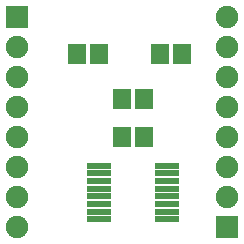
<source format=gts>
G04 DipTrace 3.1.0.1*
G04 MSP430FR2311BreakOutv3.gts*
%MOIN*%
G04 #@! TF.FileFunction,Soldermask,Top*
G04 #@! TF.Part,Single*
%ADD25R,0.078866X0.023748*%
%ADD27C,0.074929*%
%ADD29R,0.074929X0.074929*%
%ADD31R,0.059181X0.067055*%
%FSLAX26Y26*%
G04*
G70*
G90*
G75*
G01*
G04 TopMask*
%LPD*%
D31*
X1118278Y1182255D3*
X1193081D3*
X993278Y1032255D3*
X1068081D3*
X993278Y907255D3*
X1068081D3*
X843278Y1182255D3*
X918081D3*
D29*
X1343278Y607255D3*
D27*
Y707255D3*
Y807255D3*
Y907255D3*
Y1007255D3*
Y1107255D3*
Y1207255D3*
Y1307255D3*
D29*
X643278D3*
D27*
Y1207255D3*
Y1107255D3*
Y1007255D3*
Y907255D3*
Y807255D3*
Y707255D3*
Y607255D3*
D25*
X1143278Y632255D3*
Y657845D3*
Y683436D3*
Y709026D3*
Y734617D3*
Y760207D3*
Y785798D3*
Y811388D3*
X914924D3*
X914932Y785798D3*
Y760207D3*
Y734617D3*
Y709026D3*
Y683436D3*
Y657845D3*
Y632255D3*
M02*

</source>
